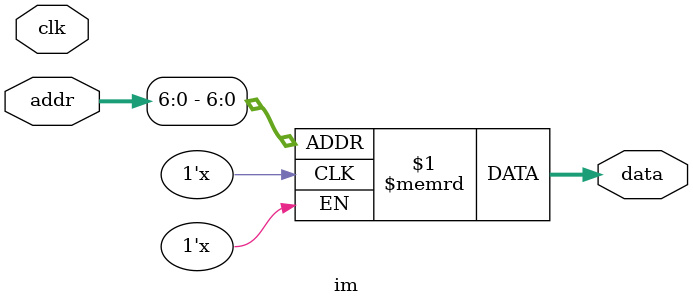
<source format=v>
/*
 * instruction memory
 *
 */


module im(
		input wire			clk,
		input wire 	[31:0] 	addr,
		output wire [31:0] 	data);

	parameter NMEM = 128;   

	reg [31:0] mem [0:127];  // 32-bit memory with 128 entries

	//actually 2^32 is very big size to systhesis not supported in vivado so currentlt i am decoding(ectracting) only 1st 7 bits of addr 

	assign data = mem[addr[6:0]];  //addr is the PC (program counter)
endmodule

</source>
